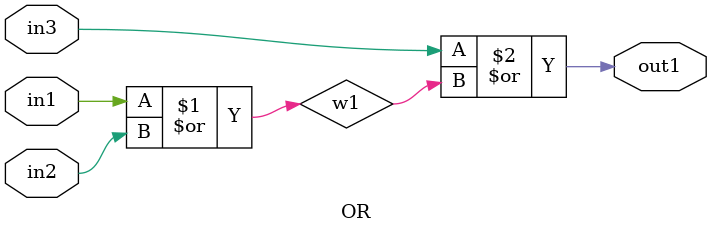
<source format=v>
module OR(output out1,  input in1, in2,in3);
  wire w1;
  or (w1, in1, in2);
  or (out1, in3, w1);
endmodule

</source>
